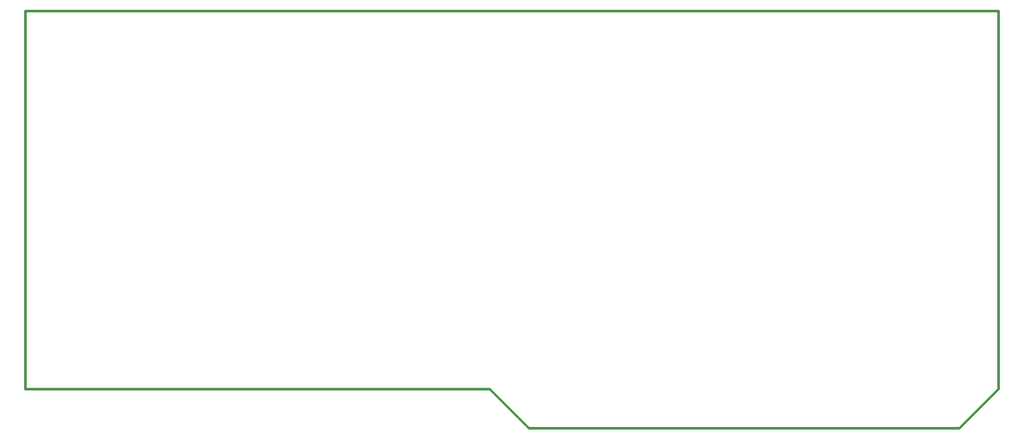
<source format=gbr>
%TF.GenerationSoftware,KiCad,Pcbnew,7.0.10*%
%TF.CreationDate,2024-03-03T15:09:26-07:00*%
%TF.ProjectId,networkv3,6e657477-6f72-46b7-9633-2e6b69636164,rev?*%
%TF.SameCoordinates,Original*%
%TF.FileFunction,Profile,NP*%
%FSLAX46Y46*%
G04 Gerber Fmt 4.6, Leading zero omitted, Abs format (unit mm)*
G04 Created by KiCad (PCBNEW 7.0.10) date 2024-03-03 15:09:26*
%MOMM*%
%LPD*%
G01*
G04 APERTURE LIST*
%TA.AperFunction,Profile*%
%ADD10C,0.300000*%
%TD*%
G04 APERTURE END LIST*
D10*
X349120460Y-261967980D02*
X475449900Y-261967980D01*
X414489900Y-316136020D02*
X470369900Y-316136020D01*
X409409900Y-311056020D02*
X349120460Y-311056020D01*
X349120460Y-311056020D02*
X349120460Y-261967980D01*
X414489900Y-316136020D02*
X409409900Y-311056020D01*
X470369900Y-316136020D02*
X475449900Y-311056020D01*
X475449900Y-311056020D02*
X475449900Y-261967980D01*
M02*

</source>
